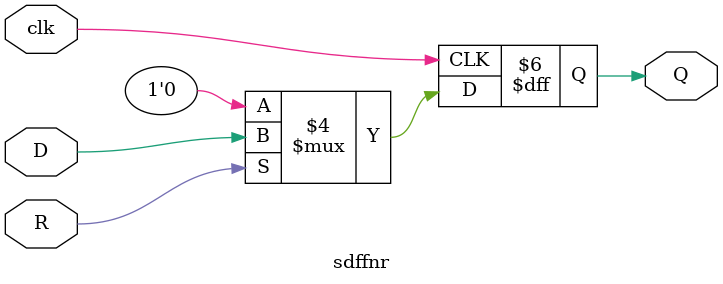
<source format=v>
module sdffnr(D,clk,R,Q);
input D;      // Data input 
input clk;    // clock input 
input R;      // reset input 
output reg Q;     // output Q 

always @(negedge clk) 

begin
	if (R == 1'b0) begin // sync. reset active low
            Q <= 1'b0;
	end 
	else begin
            Q <= D; 
        end
end 
endmodule 

</source>
